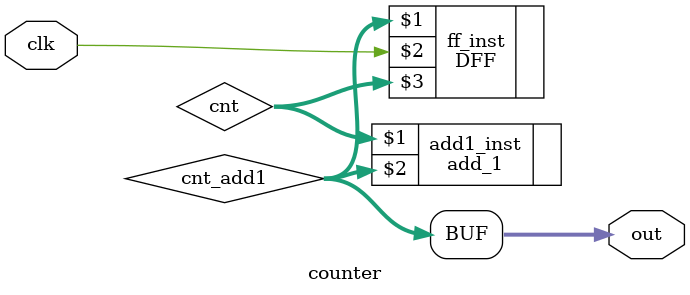
<source format=v>
module counter(clk,out);
input clk;
output [15:0] out;

wire [15:0] cnt_add1;
wire [15:0] cnt;

add_1 add1_inst(cnt,cnt_add1);
DFF ff_inst(cnt_add1,clk,cnt);

assign out = cnt_add1;

endmodule

</source>
